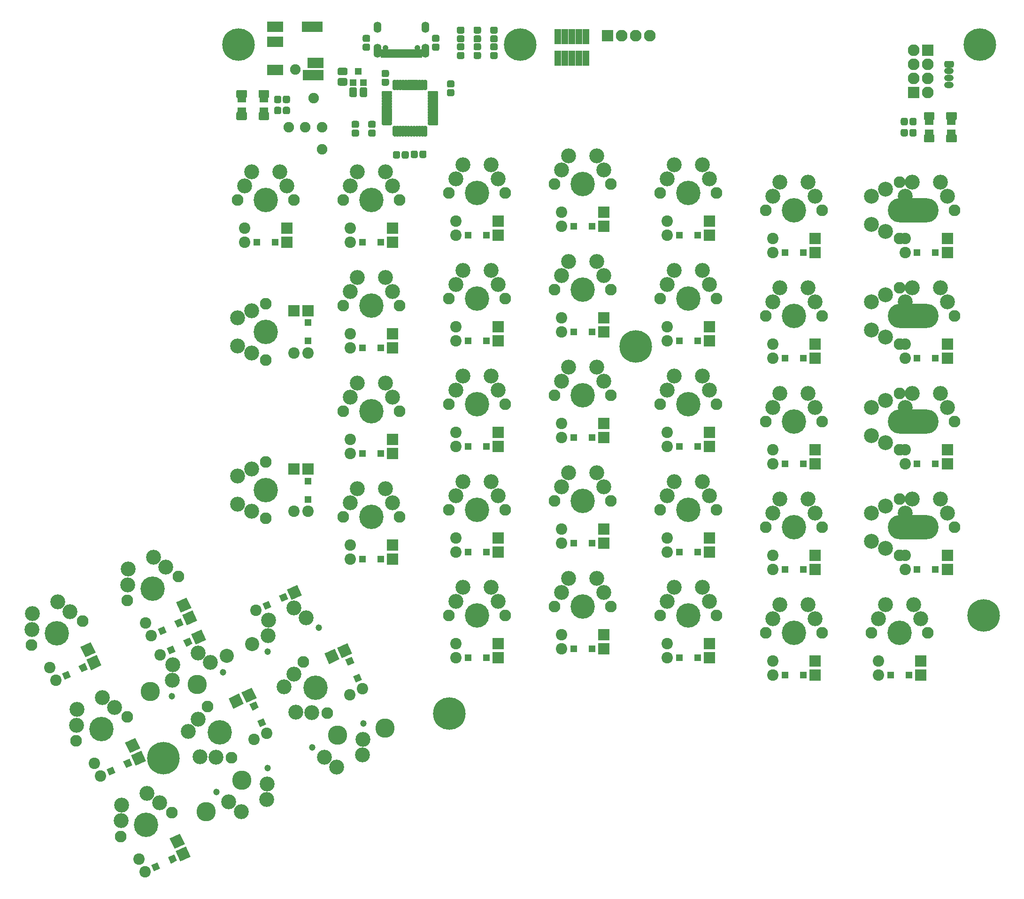
<source format=gts>
%TF.GenerationSoftware,KiCad,Pcbnew,5.1.6-c6e7f7d~87~ubuntu20.04.1*%
%TF.CreationDate,2020-08-02T23:19:43+02:00*%
%TF.ProjectId,ErgoDOX,4572676f-444f-4582-9e6b-696361645f70,rev?*%
%TF.SameCoordinates,Original*%
%TF.FileFunction,Soldermask,Top*%
%TF.FilePolarity,Negative*%
%FSLAX46Y46*%
G04 Gerber Fmt 4.6, Leading zero omitted, Abs format (unit mm)*
G04 Created by KiCad (PCBNEW 5.1.6-c6e7f7d~87~ubuntu20.04.1) date 2020-08-02 23:19:43*
%MOMM*%
%LPD*%
G01*
G04 APERTURE LIST*
%ADD10C,1.906400*%
%ADD11C,5.867400*%
%ADD12O,2.106400X2.106400*%
%ADD13R,2.106400X2.106400*%
%ADD14R,1.146400X2.806400*%
%ADD15R,1.206400X1.306400*%
%ADD16C,0.150000*%
%ADD17R,1.500000X1.500000*%
%ADD18C,1.056400*%
%ADD19O,1.406400X2.006400*%
%ADD20O,1.406400X2.506400*%
%ADD21R,0.706400X1.556400*%
%ADD22O,1.706400X1.206400*%
%ADD23R,3.806400X1.906400*%
%ADD24R,2.906400X1.906400*%
%ADD25C,2.057400*%
%ADD26C,2.692400*%
%ADD27C,3.479800*%
%ADD28C,1.193800*%
%ADD29C,2.540000*%
%ADD30C,2.108200*%
%ADD31C,2.689860*%
%ADD32R,2.057400X2.057400*%
%ADD33R,1.244600X1.244600*%
%ADD34C,2.687320*%
%ADD35O,9.156700X4.394200*%
%ADD36C,4.394200*%
G04 APERTURE END LIST*
D10*
X82500000Y-52000000D03*
X79500000Y-52000000D03*
X82500000Y-56000000D03*
X81000000Y-46800000D03*
X76500000Y-52000000D03*
D11*
X53898800Y-165836600D03*
X105435400Y-157759400D03*
X201777600Y-140055600D03*
X139039600Y-91592400D03*
X201142600Y-37134800D03*
X118211600Y-37134800D03*
X67411600Y-37134800D03*
G36*
G01*
X94951600Y-51665700D02*
X93423400Y-51665700D01*
G75*
G02*
X93246800Y-51489100I0J176600D01*
G01*
X93246800Y-51135900D01*
G75*
G02*
X93423400Y-50959300I176600J0D01*
G01*
X94951600Y-50959300D01*
G75*
G02*
X95128200Y-51135900I0J-176600D01*
G01*
X95128200Y-51489100D01*
G75*
G02*
X94951600Y-51665700I-176600J0D01*
G01*
G37*
G36*
G01*
X94951600Y-51165700D02*
X93423400Y-51165700D01*
G75*
G02*
X93246800Y-50989100I0J176600D01*
G01*
X93246800Y-50635900D01*
G75*
G02*
X93423400Y-50459300I176600J0D01*
G01*
X94951600Y-50459300D01*
G75*
G02*
X95128200Y-50635900I0J-176600D01*
G01*
X95128200Y-50989100D01*
G75*
G02*
X94951600Y-51165700I-176600J0D01*
G01*
G37*
G36*
G01*
X94951600Y-50665700D02*
X93423400Y-50665700D01*
G75*
G02*
X93246800Y-50489100I0J176600D01*
G01*
X93246800Y-50135900D01*
G75*
G02*
X93423400Y-49959300I176600J0D01*
G01*
X94951600Y-49959300D01*
G75*
G02*
X95128200Y-50135900I0J-176600D01*
G01*
X95128200Y-50489100D01*
G75*
G02*
X94951600Y-50665700I-176600J0D01*
G01*
G37*
G36*
G01*
X94951600Y-50165700D02*
X93423400Y-50165700D01*
G75*
G02*
X93246800Y-49989100I0J176600D01*
G01*
X93246800Y-49635900D01*
G75*
G02*
X93423400Y-49459300I176600J0D01*
G01*
X94951600Y-49459300D01*
G75*
G02*
X95128200Y-49635900I0J-176600D01*
G01*
X95128200Y-49989100D01*
G75*
G02*
X94951600Y-50165700I-176600J0D01*
G01*
G37*
G36*
G01*
X94951600Y-49665700D02*
X93423400Y-49665700D01*
G75*
G02*
X93246800Y-49489100I0J176600D01*
G01*
X93246800Y-49135900D01*
G75*
G02*
X93423400Y-48959300I176600J0D01*
G01*
X94951600Y-48959300D01*
G75*
G02*
X95128200Y-49135900I0J-176600D01*
G01*
X95128200Y-49489100D01*
G75*
G02*
X94951600Y-49665700I-176600J0D01*
G01*
G37*
G36*
G01*
X94951600Y-49165700D02*
X93423400Y-49165700D01*
G75*
G02*
X93246800Y-48989100I0J176600D01*
G01*
X93246800Y-48635900D01*
G75*
G02*
X93423400Y-48459300I176600J0D01*
G01*
X94951600Y-48459300D01*
G75*
G02*
X95128200Y-48635900I0J-176600D01*
G01*
X95128200Y-48989100D01*
G75*
G02*
X94951600Y-49165700I-176600J0D01*
G01*
G37*
G36*
G01*
X94951600Y-48665700D02*
X93423400Y-48665700D01*
G75*
G02*
X93246800Y-48489100I0J176600D01*
G01*
X93246800Y-48135900D01*
G75*
G02*
X93423400Y-47959300I176600J0D01*
G01*
X94951600Y-47959300D01*
G75*
G02*
X95128200Y-48135900I0J-176600D01*
G01*
X95128200Y-48489100D01*
G75*
G02*
X94951600Y-48665700I-176600J0D01*
G01*
G37*
G36*
G01*
X94951600Y-48165700D02*
X93423400Y-48165700D01*
G75*
G02*
X93246800Y-47989100I0J176600D01*
G01*
X93246800Y-47635900D01*
G75*
G02*
X93423400Y-47459300I176600J0D01*
G01*
X94951600Y-47459300D01*
G75*
G02*
X95128200Y-47635900I0J-176600D01*
G01*
X95128200Y-47989100D01*
G75*
G02*
X94951600Y-48165700I-176600J0D01*
G01*
G37*
G36*
G01*
X94951600Y-47665700D02*
X93423400Y-47665700D01*
G75*
G02*
X93246800Y-47489100I0J176600D01*
G01*
X93246800Y-47135900D01*
G75*
G02*
X93423400Y-46959300I176600J0D01*
G01*
X94951600Y-46959300D01*
G75*
G02*
X95128200Y-47135900I0J-176600D01*
G01*
X95128200Y-47489100D01*
G75*
G02*
X94951600Y-47665700I-176600J0D01*
G01*
G37*
G36*
G01*
X94951600Y-47165700D02*
X93423400Y-47165700D01*
G75*
G02*
X93246800Y-46989100I0J176600D01*
G01*
X93246800Y-46635900D01*
G75*
G02*
X93423400Y-46459300I176600J0D01*
G01*
X94951600Y-46459300D01*
G75*
G02*
X95128200Y-46635900I0J-176600D01*
G01*
X95128200Y-46989100D01*
G75*
G02*
X94951600Y-47165700I-176600J0D01*
G01*
G37*
G36*
G01*
X94951600Y-46665700D02*
X93423400Y-46665700D01*
G75*
G02*
X93246800Y-46489100I0J176600D01*
G01*
X93246800Y-46135900D01*
G75*
G02*
X93423400Y-45959300I176600J0D01*
G01*
X94951600Y-45959300D01*
G75*
G02*
X95128200Y-46135900I0J-176600D01*
G01*
X95128200Y-46489100D01*
G75*
G02*
X94951600Y-46665700I-176600J0D01*
G01*
G37*
G36*
G01*
X94951600Y-46165700D02*
X93423400Y-46165700D01*
G75*
G02*
X93246800Y-45989100I0J176600D01*
G01*
X93246800Y-45635900D01*
G75*
G02*
X93423400Y-45459300I176600J0D01*
G01*
X94951600Y-45459300D01*
G75*
G02*
X95128200Y-45635900I0J-176600D01*
G01*
X95128200Y-45989100D01*
G75*
G02*
X94951600Y-46165700I-176600J0D01*
G01*
G37*
G36*
G01*
X95776600Y-45340700D02*
X95423400Y-45340700D01*
G75*
G02*
X95246800Y-45164100I0J176600D01*
G01*
X95246800Y-43635900D01*
G75*
G02*
X95423400Y-43459300I176600J0D01*
G01*
X95776600Y-43459300D01*
G75*
G02*
X95953200Y-43635900I0J-176600D01*
G01*
X95953200Y-45164100D01*
G75*
G02*
X95776600Y-45340700I-176600J0D01*
G01*
G37*
G36*
G01*
X96276600Y-45340700D02*
X95923400Y-45340700D01*
G75*
G02*
X95746800Y-45164100I0J176600D01*
G01*
X95746800Y-43635900D01*
G75*
G02*
X95923400Y-43459300I176600J0D01*
G01*
X96276600Y-43459300D01*
G75*
G02*
X96453200Y-43635900I0J-176600D01*
G01*
X96453200Y-45164100D01*
G75*
G02*
X96276600Y-45340700I-176600J0D01*
G01*
G37*
G36*
G01*
X96776600Y-45340700D02*
X96423400Y-45340700D01*
G75*
G02*
X96246800Y-45164100I0J176600D01*
G01*
X96246800Y-43635900D01*
G75*
G02*
X96423400Y-43459300I176600J0D01*
G01*
X96776600Y-43459300D01*
G75*
G02*
X96953200Y-43635900I0J-176600D01*
G01*
X96953200Y-45164100D01*
G75*
G02*
X96776600Y-45340700I-176600J0D01*
G01*
G37*
G36*
G01*
X97276600Y-45340700D02*
X96923400Y-45340700D01*
G75*
G02*
X96746800Y-45164100I0J176600D01*
G01*
X96746800Y-43635900D01*
G75*
G02*
X96923400Y-43459300I176600J0D01*
G01*
X97276600Y-43459300D01*
G75*
G02*
X97453200Y-43635900I0J-176600D01*
G01*
X97453200Y-45164100D01*
G75*
G02*
X97276600Y-45340700I-176600J0D01*
G01*
G37*
G36*
G01*
X97776600Y-45340700D02*
X97423400Y-45340700D01*
G75*
G02*
X97246800Y-45164100I0J176600D01*
G01*
X97246800Y-43635900D01*
G75*
G02*
X97423400Y-43459300I176600J0D01*
G01*
X97776600Y-43459300D01*
G75*
G02*
X97953200Y-43635900I0J-176600D01*
G01*
X97953200Y-45164100D01*
G75*
G02*
X97776600Y-45340700I-176600J0D01*
G01*
G37*
G36*
G01*
X98276600Y-45340700D02*
X97923400Y-45340700D01*
G75*
G02*
X97746800Y-45164100I0J176600D01*
G01*
X97746800Y-43635900D01*
G75*
G02*
X97923400Y-43459300I176600J0D01*
G01*
X98276600Y-43459300D01*
G75*
G02*
X98453200Y-43635900I0J-176600D01*
G01*
X98453200Y-45164100D01*
G75*
G02*
X98276600Y-45340700I-176600J0D01*
G01*
G37*
G36*
G01*
X98776600Y-45340700D02*
X98423400Y-45340700D01*
G75*
G02*
X98246800Y-45164100I0J176600D01*
G01*
X98246800Y-43635900D01*
G75*
G02*
X98423400Y-43459300I176600J0D01*
G01*
X98776600Y-43459300D01*
G75*
G02*
X98953200Y-43635900I0J-176600D01*
G01*
X98953200Y-45164100D01*
G75*
G02*
X98776600Y-45340700I-176600J0D01*
G01*
G37*
G36*
G01*
X99276600Y-45340700D02*
X98923400Y-45340700D01*
G75*
G02*
X98746800Y-45164100I0J176600D01*
G01*
X98746800Y-43635900D01*
G75*
G02*
X98923400Y-43459300I176600J0D01*
G01*
X99276600Y-43459300D01*
G75*
G02*
X99453200Y-43635900I0J-176600D01*
G01*
X99453200Y-45164100D01*
G75*
G02*
X99276600Y-45340700I-176600J0D01*
G01*
G37*
G36*
G01*
X99776600Y-45340700D02*
X99423400Y-45340700D01*
G75*
G02*
X99246800Y-45164100I0J176600D01*
G01*
X99246800Y-43635900D01*
G75*
G02*
X99423400Y-43459300I176600J0D01*
G01*
X99776600Y-43459300D01*
G75*
G02*
X99953200Y-43635900I0J-176600D01*
G01*
X99953200Y-45164100D01*
G75*
G02*
X99776600Y-45340700I-176600J0D01*
G01*
G37*
G36*
G01*
X100276600Y-45340700D02*
X99923400Y-45340700D01*
G75*
G02*
X99746800Y-45164100I0J176600D01*
G01*
X99746800Y-43635900D01*
G75*
G02*
X99923400Y-43459300I176600J0D01*
G01*
X100276600Y-43459300D01*
G75*
G02*
X100453200Y-43635900I0J-176600D01*
G01*
X100453200Y-45164100D01*
G75*
G02*
X100276600Y-45340700I-176600J0D01*
G01*
G37*
G36*
G01*
X100776600Y-45340700D02*
X100423400Y-45340700D01*
G75*
G02*
X100246800Y-45164100I0J176600D01*
G01*
X100246800Y-43635900D01*
G75*
G02*
X100423400Y-43459300I176600J0D01*
G01*
X100776600Y-43459300D01*
G75*
G02*
X100953200Y-43635900I0J-176600D01*
G01*
X100953200Y-45164100D01*
G75*
G02*
X100776600Y-45340700I-176600J0D01*
G01*
G37*
G36*
G01*
X101276600Y-45340700D02*
X100923400Y-45340700D01*
G75*
G02*
X100746800Y-45164100I0J176600D01*
G01*
X100746800Y-43635900D01*
G75*
G02*
X100923400Y-43459300I176600J0D01*
G01*
X101276600Y-43459300D01*
G75*
G02*
X101453200Y-43635900I0J-176600D01*
G01*
X101453200Y-45164100D01*
G75*
G02*
X101276600Y-45340700I-176600J0D01*
G01*
G37*
G36*
G01*
X103276600Y-46165700D02*
X101748400Y-46165700D01*
G75*
G02*
X101571800Y-45989100I0J176600D01*
G01*
X101571800Y-45635900D01*
G75*
G02*
X101748400Y-45459300I176600J0D01*
G01*
X103276600Y-45459300D01*
G75*
G02*
X103453200Y-45635900I0J-176600D01*
G01*
X103453200Y-45989100D01*
G75*
G02*
X103276600Y-46165700I-176600J0D01*
G01*
G37*
G36*
G01*
X103276600Y-46665700D02*
X101748400Y-46665700D01*
G75*
G02*
X101571800Y-46489100I0J176600D01*
G01*
X101571800Y-46135900D01*
G75*
G02*
X101748400Y-45959300I176600J0D01*
G01*
X103276600Y-45959300D01*
G75*
G02*
X103453200Y-46135900I0J-176600D01*
G01*
X103453200Y-46489100D01*
G75*
G02*
X103276600Y-46665700I-176600J0D01*
G01*
G37*
G36*
G01*
X103276600Y-47165700D02*
X101748400Y-47165700D01*
G75*
G02*
X101571800Y-46989100I0J176600D01*
G01*
X101571800Y-46635900D01*
G75*
G02*
X101748400Y-46459300I176600J0D01*
G01*
X103276600Y-46459300D01*
G75*
G02*
X103453200Y-46635900I0J-176600D01*
G01*
X103453200Y-46989100D01*
G75*
G02*
X103276600Y-47165700I-176600J0D01*
G01*
G37*
G36*
G01*
X103276600Y-47665700D02*
X101748400Y-47665700D01*
G75*
G02*
X101571800Y-47489100I0J176600D01*
G01*
X101571800Y-47135900D01*
G75*
G02*
X101748400Y-46959300I176600J0D01*
G01*
X103276600Y-46959300D01*
G75*
G02*
X103453200Y-47135900I0J-176600D01*
G01*
X103453200Y-47489100D01*
G75*
G02*
X103276600Y-47665700I-176600J0D01*
G01*
G37*
G36*
G01*
X103276600Y-48165700D02*
X101748400Y-48165700D01*
G75*
G02*
X101571800Y-47989100I0J176600D01*
G01*
X101571800Y-47635900D01*
G75*
G02*
X101748400Y-47459300I176600J0D01*
G01*
X103276600Y-47459300D01*
G75*
G02*
X103453200Y-47635900I0J-176600D01*
G01*
X103453200Y-47989100D01*
G75*
G02*
X103276600Y-48165700I-176600J0D01*
G01*
G37*
G36*
G01*
X103276600Y-48665700D02*
X101748400Y-48665700D01*
G75*
G02*
X101571800Y-48489100I0J176600D01*
G01*
X101571800Y-48135900D01*
G75*
G02*
X101748400Y-47959300I176600J0D01*
G01*
X103276600Y-47959300D01*
G75*
G02*
X103453200Y-48135900I0J-176600D01*
G01*
X103453200Y-48489100D01*
G75*
G02*
X103276600Y-48665700I-176600J0D01*
G01*
G37*
G36*
G01*
X103276600Y-49165700D02*
X101748400Y-49165700D01*
G75*
G02*
X101571800Y-48989100I0J176600D01*
G01*
X101571800Y-48635900D01*
G75*
G02*
X101748400Y-48459300I176600J0D01*
G01*
X103276600Y-48459300D01*
G75*
G02*
X103453200Y-48635900I0J-176600D01*
G01*
X103453200Y-48989100D01*
G75*
G02*
X103276600Y-49165700I-176600J0D01*
G01*
G37*
G36*
G01*
X103276600Y-49665700D02*
X101748400Y-49665700D01*
G75*
G02*
X101571800Y-49489100I0J176600D01*
G01*
X101571800Y-49135900D01*
G75*
G02*
X101748400Y-48959300I176600J0D01*
G01*
X103276600Y-48959300D01*
G75*
G02*
X103453200Y-49135900I0J-176600D01*
G01*
X103453200Y-49489100D01*
G75*
G02*
X103276600Y-49665700I-176600J0D01*
G01*
G37*
G36*
G01*
X103276600Y-50165700D02*
X101748400Y-50165700D01*
G75*
G02*
X101571800Y-49989100I0J176600D01*
G01*
X101571800Y-49635900D01*
G75*
G02*
X101748400Y-49459300I176600J0D01*
G01*
X103276600Y-49459300D01*
G75*
G02*
X103453200Y-49635900I0J-176600D01*
G01*
X103453200Y-49989100D01*
G75*
G02*
X103276600Y-50165700I-176600J0D01*
G01*
G37*
G36*
G01*
X103276600Y-50665700D02*
X101748400Y-50665700D01*
G75*
G02*
X101571800Y-50489100I0J176600D01*
G01*
X101571800Y-50135900D01*
G75*
G02*
X101748400Y-49959300I176600J0D01*
G01*
X103276600Y-49959300D01*
G75*
G02*
X103453200Y-50135900I0J-176600D01*
G01*
X103453200Y-50489100D01*
G75*
G02*
X103276600Y-50665700I-176600J0D01*
G01*
G37*
G36*
G01*
X103276600Y-51165700D02*
X101748400Y-51165700D01*
G75*
G02*
X101571800Y-50989100I0J176600D01*
G01*
X101571800Y-50635900D01*
G75*
G02*
X101748400Y-50459300I176600J0D01*
G01*
X103276600Y-50459300D01*
G75*
G02*
X103453200Y-50635900I0J-176600D01*
G01*
X103453200Y-50989100D01*
G75*
G02*
X103276600Y-51165700I-176600J0D01*
G01*
G37*
G36*
G01*
X103276600Y-51665700D02*
X101748400Y-51665700D01*
G75*
G02*
X101571800Y-51489100I0J176600D01*
G01*
X101571800Y-51135900D01*
G75*
G02*
X101748400Y-50959300I176600J0D01*
G01*
X103276600Y-50959300D01*
G75*
G02*
X103453200Y-51135900I0J-176600D01*
G01*
X103453200Y-51489100D01*
G75*
G02*
X103276600Y-51665700I-176600J0D01*
G01*
G37*
G36*
G01*
X101276600Y-53665700D02*
X100923400Y-53665700D01*
G75*
G02*
X100746800Y-53489100I0J176600D01*
G01*
X100746800Y-51960900D01*
G75*
G02*
X100923400Y-51784300I176600J0D01*
G01*
X101276600Y-51784300D01*
G75*
G02*
X101453200Y-51960900I0J-176600D01*
G01*
X101453200Y-53489100D01*
G75*
G02*
X101276600Y-53665700I-176600J0D01*
G01*
G37*
G36*
G01*
X100776600Y-53665700D02*
X100423400Y-53665700D01*
G75*
G02*
X100246800Y-53489100I0J176600D01*
G01*
X100246800Y-51960900D01*
G75*
G02*
X100423400Y-51784300I176600J0D01*
G01*
X100776600Y-51784300D01*
G75*
G02*
X100953200Y-51960900I0J-176600D01*
G01*
X100953200Y-53489100D01*
G75*
G02*
X100776600Y-53665700I-176600J0D01*
G01*
G37*
G36*
G01*
X100276600Y-53665700D02*
X99923400Y-53665700D01*
G75*
G02*
X99746800Y-53489100I0J176600D01*
G01*
X99746800Y-51960900D01*
G75*
G02*
X99923400Y-51784300I176600J0D01*
G01*
X100276600Y-51784300D01*
G75*
G02*
X100453200Y-51960900I0J-176600D01*
G01*
X100453200Y-53489100D01*
G75*
G02*
X100276600Y-53665700I-176600J0D01*
G01*
G37*
G36*
G01*
X99776600Y-53665700D02*
X99423400Y-53665700D01*
G75*
G02*
X99246800Y-53489100I0J176600D01*
G01*
X99246800Y-51960900D01*
G75*
G02*
X99423400Y-51784300I176600J0D01*
G01*
X99776600Y-51784300D01*
G75*
G02*
X99953200Y-51960900I0J-176600D01*
G01*
X99953200Y-53489100D01*
G75*
G02*
X99776600Y-53665700I-176600J0D01*
G01*
G37*
G36*
G01*
X99276600Y-53665700D02*
X98923400Y-53665700D01*
G75*
G02*
X98746800Y-53489100I0J176600D01*
G01*
X98746800Y-51960900D01*
G75*
G02*
X98923400Y-51784300I176600J0D01*
G01*
X99276600Y-51784300D01*
G75*
G02*
X99453200Y-51960900I0J-176600D01*
G01*
X99453200Y-53489100D01*
G75*
G02*
X99276600Y-53665700I-176600J0D01*
G01*
G37*
G36*
G01*
X98776600Y-53665700D02*
X98423400Y-53665700D01*
G75*
G02*
X98246800Y-53489100I0J176600D01*
G01*
X98246800Y-51960900D01*
G75*
G02*
X98423400Y-51784300I176600J0D01*
G01*
X98776600Y-51784300D01*
G75*
G02*
X98953200Y-51960900I0J-176600D01*
G01*
X98953200Y-53489100D01*
G75*
G02*
X98776600Y-53665700I-176600J0D01*
G01*
G37*
G36*
G01*
X98276600Y-53665700D02*
X97923400Y-53665700D01*
G75*
G02*
X97746800Y-53489100I0J176600D01*
G01*
X97746800Y-51960900D01*
G75*
G02*
X97923400Y-51784300I176600J0D01*
G01*
X98276600Y-51784300D01*
G75*
G02*
X98453200Y-51960900I0J-176600D01*
G01*
X98453200Y-53489100D01*
G75*
G02*
X98276600Y-53665700I-176600J0D01*
G01*
G37*
G36*
G01*
X97776600Y-53665700D02*
X97423400Y-53665700D01*
G75*
G02*
X97246800Y-53489100I0J176600D01*
G01*
X97246800Y-51960900D01*
G75*
G02*
X97423400Y-51784300I176600J0D01*
G01*
X97776600Y-51784300D01*
G75*
G02*
X97953200Y-51960900I0J-176600D01*
G01*
X97953200Y-53489100D01*
G75*
G02*
X97776600Y-53665700I-176600J0D01*
G01*
G37*
G36*
G01*
X97276600Y-53665700D02*
X96923400Y-53665700D01*
G75*
G02*
X96746800Y-53489100I0J176600D01*
G01*
X96746800Y-51960900D01*
G75*
G02*
X96923400Y-51784300I176600J0D01*
G01*
X97276600Y-51784300D01*
G75*
G02*
X97453200Y-51960900I0J-176600D01*
G01*
X97453200Y-53489100D01*
G75*
G02*
X97276600Y-53665700I-176600J0D01*
G01*
G37*
G36*
G01*
X96776600Y-53665700D02*
X96423400Y-53665700D01*
G75*
G02*
X96246800Y-53489100I0J176600D01*
G01*
X96246800Y-51960900D01*
G75*
G02*
X96423400Y-51784300I176600J0D01*
G01*
X96776600Y-51784300D01*
G75*
G02*
X96953200Y-51960900I0J-176600D01*
G01*
X96953200Y-53489100D01*
G75*
G02*
X96776600Y-53665700I-176600J0D01*
G01*
G37*
G36*
G01*
X96276600Y-53665700D02*
X95923400Y-53665700D01*
G75*
G02*
X95746800Y-53489100I0J176600D01*
G01*
X95746800Y-51960900D01*
G75*
G02*
X95923400Y-51784300I176600J0D01*
G01*
X96276600Y-51784300D01*
G75*
G02*
X96453200Y-51960900I0J-176600D01*
G01*
X96453200Y-53489100D01*
G75*
G02*
X96276600Y-53665700I-176600J0D01*
G01*
G37*
G36*
G01*
X95776600Y-53665700D02*
X95423400Y-53665700D01*
G75*
G02*
X95246800Y-53489100I0J176600D01*
G01*
X95246800Y-51960900D01*
G75*
G02*
X95423400Y-51784300I176600J0D01*
G01*
X95776600Y-51784300D01*
G75*
G02*
X95953200Y-51960900I0J-176600D01*
G01*
X95953200Y-53489100D01*
G75*
G02*
X95776600Y-53665700I-176600J0D01*
G01*
G37*
D12*
X141620000Y-35500000D03*
X139080000Y-35500000D03*
X136540000Y-35500000D03*
D13*
X134000000Y-35500000D03*
D14*
X125000000Y-39600000D03*
X125000000Y-35700000D03*
X126270000Y-39600000D03*
X126270000Y-35700000D03*
X127540000Y-39600000D03*
X127540000Y-35700000D03*
X128810000Y-39600000D03*
X128810000Y-35700000D03*
X130080000Y-39600000D03*
X130080000Y-35700000D03*
G36*
G01*
X102642150Y-36934300D02*
X103357850Y-36934300D01*
G75*
G02*
X103678200Y-37254650I0J-320350D01*
G01*
X103678200Y-37895350D01*
G75*
G02*
X103357850Y-38215700I-320350J0D01*
G01*
X102642150Y-38215700D01*
G75*
G02*
X102321800Y-37895350I0J320350D01*
G01*
X102321800Y-37254650D01*
G75*
G02*
X102642150Y-36934300I320350J0D01*
G01*
G37*
G36*
G01*
X102642150Y-35359300D02*
X103357850Y-35359300D01*
G75*
G02*
X103678200Y-35679650I0J-320350D01*
G01*
X103678200Y-36320350D01*
G75*
G02*
X103357850Y-36640700I-320350J0D01*
G01*
X102642150Y-36640700D01*
G75*
G02*
X102321800Y-36320350I0J320350D01*
G01*
X102321800Y-35679650D01*
G75*
G02*
X102642150Y-35359300I320350J0D01*
G01*
G37*
G36*
G01*
X90142150Y-36934300D02*
X90857850Y-36934300D01*
G75*
G02*
X91178200Y-37254650I0J-320350D01*
G01*
X91178200Y-37895350D01*
G75*
G02*
X90857850Y-38215700I-320350J0D01*
G01*
X90142150Y-38215700D01*
G75*
G02*
X89821800Y-37895350I0J320350D01*
G01*
X89821800Y-37254650D01*
G75*
G02*
X90142150Y-36934300I320350J0D01*
G01*
G37*
G36*
G01*
X90142150Y-35359300D02*
X90857850Y-35359300D01*
G75*
G02*
X91178200Y-35679650I0J-320350D01*
G01*
X91178200Y-36320350D01*
G75*
G02*
X90857850Y-36640700I-320350J0D01*
G01*
X90142150Y-36640700D01*
G75*
G02*
X89821800Y-36320350I0J320350D01*
G01*
X89821800Y-35679650D01*
G75*
G02*
X90142150Y-35359300I320350J0D01*
G01*
G37*
G36*
G01*
X105342150Y-45146800D02*
X106057850Y-45146800D01*
G75*
G02*
X106378200Y-45467150I0J-320350D01*
G01*
X106378200Y-46107850D01*
G75*
G02*
X106057850Y-46428200I-320350J0D01*
G01*
X105342150Y-46428200D01*
G75*
G02*
X105021800Y-46107850I0J320350D01*
G01*
X105021800Y-45467150D01*
G75*
G02*
X105342150Y-45146800I320350J0D01*
G01*
G37*
G36*
G01*
X105342150Y-43571800D02*
X106057850Y-43571800D01*
G75*
G02*
X106378200Y-43892150I0J-320350D01*
G01*
X106378200Y-44532850D01*
G75*
G02*
X106057850Y-44853200I-320350J0D01*
G01*
X105342150Y-44853200D01*
G75*
G02*
X105021800Y-44532850I0J320350D01*
G01*
X105021800Y-43892150D01*
G75*
G02*
X105342150Y-43571800I320350J0D01*
G01*
G37*
G36*
G01*
X91857850Y-52140700D02*
X91142150Y-52140700D01*
G75*
G02*
X90821800Y-51820350I0J320350D01*
G01*
X90821800Y-51179650D01*
G75*
G02*
X91142150Y-50859300I320350J0D01*
G01*
X91857850Y-50859300D01*
G75*
G02*
X92178200Y-51179650I0J-320350D01*
G01*
X92178200Y-51820350D01*
G75*
G02*
X91857850Y-52140700I-320350J0D01*
G01*
G37*
G36*
G01*
X91857850Y-53715700D02*
X91142150Y-53715700D01*
G75*
G02*
X90821800Y-53395350I0J320350D01*
G01*
X90821800Y-52754650D01*
G75*
G02*
X91142150Y-52434300I320350J0D01*
G01*
X91857850Y-52434300D01*
G75*
G02*
X92178200Y-52754650I0J-320350D01*
G01*
X92178200Y-53395350D01*
G75*
G02*
X91857850Y-53715700I-320350J0D01*
G01*
G37*
G36*
G01*
X94257850Y-42965700D02*
X93542150Y-42965700D01*
G75*
G02*
X93221800Y-42645350I0J320350D01*
G01*
X93221800Y-42004650D01*
G75*
G02*
X93542150Y-41684300I320350J0D01*
G01*
X94257850Y-41684300D01*
G75*
G02*
X94578200Y-42004650I0J-320350D01*
G01*
X94578200Y-42645350D01*
G75*
G02*
X94257850Y-42965700I-320350J0D01*
G01*
G37*
G36*
G01*
X94257850Y-44540700D02*
X93542150Y-44540700D01*
G75*
G02*
X93221800Y-44220350I0J320350D01*
G01*
X93221800Y-43579650D01*
G75*
G02*
X93542150Y-43259300I320350J0D01*
G01*
X94257850Y-43259300D01*
G75*
G02*
X94578200Y-43579650I0J-320350D01*
G01*
X94578200Y-44220350D01*
G75*
G02*
X94257850Y-44540700I-320350J0D01*
G01*
G37*
G36*
G01*
X99765700Y-56542150D02*
X99765700Y-57257850D01*
G75*
G02*
X99445350Y-57578200I-320350J0D01*
G01*
X98804650Y-57578200D01*
G75*
G02*
X98484300Y-57257850I0J320350D01*
G01*
X98484300Y-56542150D01*
G75*
G02*
X98804650Y-56221800I320350J0D01*
G01*
X99445350Y-56221800D01*
G75*
G02*
X99765700Y-56542150I0J-320350D01*
G01*
G37*
G36*
G01*
X101340700Y-56542150D02*
X101340700Y-57257850D01*
G75*
G02*
X101020350Y-57578200I-320350J0D01*
G01*
X100379650Y-57578200D01*
G75*
G02*
X100059300Y-57257850I0J320350D01*
G01*
X100059300Y-56542150D01*
G75*
G02*
X100379650Y-56221800I320350J0D01*
G01*
X101020350Y-56221800D01*
G75*
G02*
X101340700Y-56542150I0J-320350D01*
G01*
G37*
D15*
X89040000Y-41940000D03*
X89990000Y-43940000D03*
X88090000Y-43940000D03*
G36*
G01*
X107142150Y-38434300D02*
X107857850Y-38434300D01*
G75*
G02*
X108178200Y-38754650I0J-320350D01*
G01*
X108178200Y-39395350D01*
G75*
G02*
X107857850Y-39715700I-320350J0D01*
G01*
X107142150Y-39715700D01*
G75*
G02*
X106821800Y-39395350I0J320350D01*
G01*
X106821800Y-38754650D01*
G75*
G02*
X107142150Y-38434300I320350J0D01*
G01*
G37*
G36*
G01*
X107142150Y-36859300D02*
X107857850Y-36859300D01*
G75*
G02*
X108178200Y-37179650I0J-320350D01*
G01*
X108178200Y-37820350D01*
G75*
G02*
X107857850Y-38140700I-320350J0D01*
G01*
X107142150Y-38140700D01*
G75*
G02*
X106821800Y-37820350I0J320350D01*
G01*
X106821800Y-37179650D01*
G75*
G02*
X107142150Y-36859300I320350J0D01*
G01*
G37*
G36*
G01*
X110142150Y-38434300D02*
X110857850Y-38434300D01*
G75*
G02*
X111178200Y-38754650I0J-320350D01*
G01*
X111178200Y-39395350D01*
G75*
G02*
X110857850Y-39715700I-320350J0D01*
G01*
X110142150Y-39715700D01*
G75*
G02*
X109821800Y-39395350I0J320350D01*
G01*
X109821800Y-38754650D01*
G75*
G02*
X110142150Y-38434300I320350J0D01*
G01*
G37*
G36*
G01*
X110142150Y-36859300D02*
X110857850Y-36859300D01*
G75*
G02*
X111178200Y-37179650I0J-320350D01*
G01*
X111178200Y-37820350D01*
G75*
G02*
X110857850Y-38140700I-320350J0D01*
G01*
X110142150Y-38140700D01*
G75*
G02*
X109821800Y-37820350I0J320350D01*
G01*
X109821800Y-37179650D01*
G75*
G02*
X110142150Y-36859300I320350J0D01*
G01*
G37*
G36*
G01*
X113142150Y-38434300D02*
X113857850Y-38434300D01*
G75*
G02*
X114178200Y-38754650I0J-320350D01*
G01*
X114178200Y-39395350D01*
G75*
G02*
X113857850Y-39715700I-320350J0D01*
G01*
X113142150Y-39715700D01*
G75*
G02*
X112821800Y-39395350I0J320350D01*
G01*
X112821800Y-38754650D01*
G75*
G02*
X113142150Y-38434300I320350J0D01*
G01*
G37*
G36*
G01*
X113142150Y-36859300D02*
X113857850Y-36859300D01*
G75*
G02*
X114178200Y-37179650I0J-320350D01*
G01*
X114178200Y-37820350D01*
G75*
G02*
X113857850Y-38140700I-320350J0D01*
G01*
X113142150Y-38140700D01*
G75*
G02*
X112821800Y-37820350I0J320350D01*
G01*
X112821800Y-37179650D01*
G75*
G02*
X113142150Y-36859300I320350J0D01*
G01*
G37*
G36*
G01*
X75140700Y-48642150D02*
X75140700Y-49357850D01*
G75*
G02*
X74820350Y-49678200I-320350J0D01*
G01*
X74179650Y-49678200D01*
G75*
G02*
X73859300Y-49357850I0J320350D01*
G01*
X73859300Y-48642150D01*
G75*
G02*
X74179650Y-48321800I320350J0D01*
G01*
X74820350Y-48321800D01*
G75*
G02*
X75140700Y-48642150I0J-320350D01*
G01*
G37*
G36*
G01*
X76715700Y-48642150D02*
X76715700Y-49357850D01*
G75*
G02*
X76395350Y-49678200I-320350J0D01*
G01*
X75754650Y-49678200D01*
G75*
G02*
X75434300Y-49357850I0J320350D01*
G01*
X75434300Y-48642150D01*
G75*
G02*
X75754650Y-48321800I320350J0D01*
G01*
X76395350Y-48321800D01*
G75*
G02*
X76715700Y-48642150I0J-320350D01*
G01*
G37*
G36*
G01*
X75140700Y-46642150D02*
X75140700Y-47357850D01*
G75*
G02*
X74820350Y-47678200I-320350J0D01*
G01*
X74179650Y-47678200D01*
G75*
G02*
X73859300Y-47357850I0J320350D01*
G01*
X73859300Y-46642150D01*
G75*
G02*
X74179650Y-46321800I320350J0D01*
G01*
X74820350Y-46321800D01*
G75*
G02*
X75140700Y-46642150I0J-320350D01*
G01*
G37*
G36*
G01*
X76715700Y-46642150D02*
X76715700Y-47357850D01*
G75*
G02*
X76395350Y-47678200I-320350J0D01*
G01*
X75754650Y-47678200D01*
G75*
G02*
X75434300Y-47357850I0J320350D01*
G01*
X75434300Y-46642150D01*
G75*
G02*
X75754650Y-46321800I320350J0D01*
G01*
X76395350Y-46321800D01*
G75*
G02*
X76715700Y-46642150I0J-320350D01*
G01*
G37*
G36*
G01*
X188434300Y-51357850D02*
X188434300Y-50642150D01*
G75*
G02*
X188754650Y-50321800I320350J0D01*
G01*
X189395350Y-50321800D01*
G75*
G02*
X189715700Y-50642150I0J-320350D01*
G01*
X189715700Y-51357850D01*
G75*
G02*
X189395350Y-51678200I-320350J0D01*
G01*
X188754650Y-51678200D01*
G75*
G02*
X188434300Y-51357850I0J320350D01*
G01*
G37*
G36*
G01*
X186859300Y-51357850D02*
X186859300Y-50642150D01*
G75*
G02*
X187179650Y-50321800I320350J0D01*
G01*
X187820350Y-50321800D01*
G75*
G02*
X188140700Y-50642150I0J-320350D01*
G01*
X188140700Y-51357850D01*
G75*
G02*
X187820350Y-51678200I-320350J0D01*
G01*
X187179650Y-51678200D01*
G75*
G02*
X186859300Y-51357850I0J320350D01*
G01*
G37*
G36*
G01*
X188434300Y-53357850D02*
X188434300Y-52642150D01*
G75*
G02*
X188754650Y-52321800I320350J0D01*
G01*
X189395350Y-52321800D01*
G75*
G02*
X189715700Y-52642150I0J-320350D01*
G01*
X189715700Y-53357850D01*
G75*
G02*
X189395350Y-53678200I-320350J0D01*
G01*
X188754650Y-53678200D01*
G75*
G02*
X188434300Y-53357850I0J320350D01*
G01*
G37*
G36*
G01*
X186859300Y-53357850D02*
X186859300Y-52642150D01*
G75*
G02*
X187179650Y-52321800I320350J0D01*
G01*
X187820350Y-52321800D01*
G75*
G02*
X188140700Y-52642150I0J-320350D01*
G01*
X188140700Y-53357850D01*
G75*
G02*
X187820350Y-53678200I-320350J0D01*
G01*
X187179650Y-53678200D01*
G75*
G02*
X186859300Y-53357850I0J320350D01*
G01*
G37*
G36*
G01*
X88857850Y-52140700D02*
X88142150Y-52140700D01*
G75*
G02*
X87821800Y-51820350I0J320350D01*
G01*
X87821800Y-51179650D01*
G75*
G02*
X88142150Y-50859300I320350J0D01*
G01*
X88857850Y-50859300D01*
G75*
G02*
X89178200Y-51179650I0J-320350D01*
G01*
X89178200Y-51820350D01*
G75*
G02*
X88857850Y-52140700I-320350J0D01*
G01*
G37*
G36*
G01*
X88857850Y-53715700D02*
X88142150Y-53715700D01*
G75*
G02*
X87821800Y-53395350I0J320350D01*
G01*
X87821800Y-52754650D01*
G75*
G02*
X88142150Y-52434300I320350J0D01*
G01*
X88857850Y-52434300D01*
G75*
G02*
X89178200Y-52754650I0J-320350D01*
G01*
X89178200Y-53395350D01*
G75*
G02*
X88857850Y-53715700I-320350J0D01*
G01*
G37*
D16*
G36*
X71050704Y-49460358D02*
G01*
X71062268Y-49422239D01*
X71081045Y-49387108D01*
X71106316Y-49356316D01*
X71137285Y-49330927D01*
X71887285Y-48830927D01*
X71922435Y-48812186D01*
X71960566Y-48800663D01*
X72000213Y-48796800D01*
X72039851Y-48800746D01*
X72077958Y-48812349D01*
X72112715Y-48830927D01*
X72862715Y-49330927D01*
X72893534Y-49356166D01*
X72918836Y-49386931D01*
X72937651Y-49422042D01*
X72949254Y-49460149D01*
X72953200Y-49500000D01*
X72953200Y-50500000D01*
X72949296Y-50539642D01*
X72937732Y-50577761D01*
X72918955Y-50612892D01*
X72893684Y-50643684D01*
X72862892Y-50668955D01*
X72827761Y-50687732D01*
X72789642Y-50699296D01*
X72750000Y-50703200D01*
X71250000Y-50703200D01*
X71210358Y-50699296D01*
X71172239Y-50687732D01*
X71137108Y-50668955D01*
X71106316Y-50643684D01*
X71081045Y-50612892D01*
X71062268Y-50577761D01*
X71050704Y-50539642D01*
X71046800Y-50500000D01*
X71046800Y-49500000D01*
X71050704Y-49460358D01*
G37*
G36*
X72949296Y-46539642D02*
G01*
X72937732Y-46577761D01*
X72918955Y-46612892D01*
X72893684Y-46643684D01*
X72862715Y-46669073D01*
X72112715Y-47169073D01*
X72077565Y-47187814D01*
X72039434Y-47199337D01*
X71999787Y-47203200D01*
X71960149Y-47199254D01*
X71922042Y-47187651D01*
X71887285Y-47169073D01*
X71137285Y-46669073D01*
X71106466Y-46643834D01*
X71081164Y-46613069D01*
X71062349Y-46577958D01*
X71050746Y-46539851D01*
X71046800Y-46500000D01*
X71046800Y-45500000D01*
X71050704Y-45460358D01*
X71062268Y-45422239D01*
X71081045Y-45387108D01*
X71106316Y-45356316D01*
X71137108Y-45331045D01*
X71172239Y-45312268D01*
X71210358Y-45300704D01*
X71250000Y-45296800D01*
X72750000Y-45296800D01*
X72789642Y-45300704D01*
X72827761Y-45312268D01*
X72862892Y-45331045D01*
X72893684Y-45356316D01*
X72918955Y-45387108D01*
X72937732Y-45422239D01*
X72949296Y-45460358D01*
X72953200Y-45500000D01*
X72953200Y-46500000D01*
X72949296Y-46539642D01*
G37*
D17*
X72000000Y-46800000D03*
X72000000Y-49200000D03*
D16*
G36*
X191050704Y-53460358D02*
G01*
X191062268Y-53422239D01*
X191081045Y-53387108D01*
X191106316Y-53356316D01*
X191137285Y-53330927D01*
X191887285Y-52830927D01*
X191922435Y-52812186D01*
X191960566Y-52800663D01*
X192000213Y-52796800D01*
X192039851Y-52800746D01*
X192077958Y-52812349D01*
X192112715Y-52830927D01*
X192862715Y-53330927D01*
X192893534Y-53356166D01*
X192918836Y-53386931D01*
X192937651Y-53422042D01*
X192949254Y-53460149D01*
X192953200Y-53500000D01*
X192953200Y-54500000D01*
X192949296Y-54539642D01*
X192937732Y-54577761D01*
X192918955Y-54612892D01*
X192893684Y-54643684D01*
X192862892Y-54668955D01*
X192827761Y-54687732D01*
X192789642Y-54699296D01*
X192750000Y-54703200D01*
X191250000Y-54703200D01*
X191210358Y-54699296D01*
X191172239Y-54687732D01*
X191137108Y-54668955D01*
X191106316Y-54643684D01*
X191081045Y-54612892D01*
X191062268Y-54577761D01*
X191050704Y-54539642D01*
X191046800Y-54500000D01*
X191046800Y-53500000D01*
X191050704Y-53460358D01*
G37*
G36*
X192949296Y-50539642D02*
G01*
X192937732Y-50577761D01*
X192918955Y-50612892D01*
X192893684Y-50643684D01*
X192862715Y-50669073D01*
X192112715Y-51169073D01*
X192077565Y-51187814D01*
X192039434Y-51199337D01*
X191999787Y-51203200D01*
X191960149Y-51199254D01*
X191922042Y-51187651D01*
X191887285Y-51169073D01*
X191137285Y-50669073D01*
X191106466Y-50643834D01*
X191081164Y-50613069D01*
X191062349Y-50577958D01*
X191050746Y-50539851D01*
X191046800Y-50500000D01*
X191046800Y-49500000D01*
X191050704Y-49460358D01*
X191062268Y-49422239D01*
X191081045Y-49387108D01*
X191106316Y-49356316D01*
X191137108Y-49331045D01*
X191172239Y-49312268D01*
X191210358Y-49300704D01*
X191250000Y-49296800D01*
X192750000Y-49296800D01*
X192789642Y-49300704D01*
X192827761Y-49312268D01*
X192862892Y-49331045D01*
X192893684Y-49356316D01*
X192918955Y-49387108D01*
X192937732Y-49422239D01*
X192949296Y-49460358D01*
X192953200Y-49500000D01*
X192953200Y-50500000D01*
X192949296Y-50539642D01*
G37*
D17*
X192000000Y-50800000D03*
X192000000Y-53200000D03*
D16*
G36*
X67050704Y-49460358D02*
G01*
X67062268Y-49422239D01*
X67081045Y-49387108D01*
X67106316Y-49356316D01*
X67137285Y-49330927D01*
X67887285Y-48830927D01*
X67922435Y-48812186D01*
X67960566Y-48800663D01*
X68000213Y-48796800D01*
X68039851Y-48800746D01*
X68077958Y-48812349D01*
X68112715Y-48830927D01*
X68862715Y-49330927D01*
X68893534Y-49356166D01*
X68918836Y-49386931D01*
X68937651Y-49422042D01*
X68949254Y-49460149D01*
X68953200Y-49500000D01*
X68953200Y-50500000D01*
X68949296Y-50539642D01*
X68937732Y-50577761D01*
X68918955Y-50612892D01*
X68893684Y-50643684D01*
X68862892Y-50668955D01*
X68827761Y-50687732D01*
X68789642Y-50699296D01*
X68750000Y-50703200D01*
X67250000Y-50703200D01*
X67210358Y-50699296D01*
X67172239Y-50687732D01*
X67137108Y-50668955D01*
X67106316Y-50643684D01*
X67081045Y-50612892D01*
X67062268Y-50577761D01*
X67050704Y-50539642D01*
X67046800Y-50500000D01*
X67046800Y-49500000D01*
X67050704Y-49460358D01*
G37*
G36*
X68949296Y-46539642D02*
G01*
X68937732Y-46577761D01*
X68918955Y-46612892D01*
X68893684Y-46643684D01*
X68862715Y-46669073D01*
X68112715Y-47169073D01*
X68077565Y-47187814D01*
X68039434Y-47199337D01*
X67999787Y-47203200D01*
X67960149Y-47199254D01*
X67922042Y-47187651D01*
X67887285Y-47169073D01*
X67137285Y-46669073D01*
X67106466Y-46643834D01*
X67081164Y-46613069D01*
X67062349Y-46577958D01*
X67050746Y-46539851D01*
X67046800Y-46500000D01*
X67046800Y-45500000D01*
X67050704Y-45460358D01*
X67062268Y-45422239D01*
X67081045Y-45387108D01*
X67106316Y-45356316D01*
X67137108Y-45331045D01*
X67172239Y-45312268D01*
X67210358Y-45300704D01*
X67250000Y-45296800D01*
X68750000Y-45296800D01*
X68789642Y-45300704D01*
X68827761Y-45312268D01*
X68862892Y-45331045D01*
X68893684Y-45356316D01*
X68918955Y-45387108D01*
X68937732Y-45422239D01*
X68949296Y-45460358D01*
X68953200Y-45500000D01*
X68953200Y-46500000D01*
X68949296Y-46539642D01*
G37*
D17*
X68000000Y-46800000D03*
X68000000Y-49200000D03*
D16*
G36*
X195050704Y-53460358D02*
G01*
X195062268Y-53422239D01*
X195081045Y-53387108D01*
X195106316Y-53356316D01*
X195137285Y-53330927D01*
X195887285Y-52830927D01*
X195922435Y-52812186D01*
X195960566Y-52800663D01*
X196000213Y-52796800D01*
X196039851Y-52800746D01*
X196077958Y-52812349D01*
X196112715Y-52830927D01*
X196862715Y-53330927D01*
X196893534Y-53356166D01*
X196918836Y-53386931D01*
X196937651Y-53422042D01*
X196949254Y-53460149D01*
X196953200Y-53500000D01*
X196953200Y-54500000D01*
X196949296Y-54539642D01*
X196937732Y-54577761D01*
X196918955Y-54612892D01*
X196893684Y-54643684D01*
X196862892Y-54668955D01*
X196827761Y-54687732D01*
X196789642Y-54699296D01*
X196750000Y-54703200D01*
X195250000Y-54703200D01*
X195210358Y-54699296D01*
X195172239Y-54687732D01*
X195137108Y-54668955D01*
X195106316Y-54643684D01*
X195081045Y-54612892D01*
X195062268Y-54577761D01*
X195050704Y-54539642D01*
X195046800Y-54500000D01*
X195046800Y-53500000D01*
X195050704Y-53460358D01*
G37*
G36*
X196949296Y-50539642D02*
G01*
X196937732Y-50577761D01*
X196918955Y-50612892D01*
X196893684Y-50643684D01*
X196862715Y-50669073D01*
X196112715Y-51169073D01*
X196077565Y-51187814D01*
X196039434Y-51199337D01*
X195999787Y-51203200D01*
X195960149Y-51199254D01*
X195922042Y-51187651D01*
X195887285Y-51169073D01*
X195137285Y-50669073D01*
X195106466Y-50643834D01*
X195081164Y-50613069D01*
X195062349Y-50577958D01*
X195050746Y-50539851D01*
X195046800Y-50500000D01*
X195046800Y-49500000D01*
X195050704Y-49460358D01*
X195062268Y-49422239D01*
X195081045Y-49387108D01*
X195106316Y-49356316D01*
X195137108Y-49331045D01*
X195172239Y-49312268D01*
X195210358Y-49300704D01*
X195250000Y-49296800D01*
X196750000Y-49296800D01*
X196789642Y-49300704D01*
X196827761Y-49312268D01*
X196862892Y-49331045D01*
X196893684Y-49356316D01*
X196918955Y-49387108D01*
X196937732Y-49422239D01*
X196949296Y-49460358D01*
X196953200Y-49500000D01*
X196953200Y-50500000D01*
X196949296Y-50539642D01*
G37*
D17*
X196000000Y-50800000D03*
X196000000Y-53200000D03*
D18*
X93930000Y-37680000D03*
X99710000Y-37680000D03*
D19*
X101140000Y-34000000D03*
X92500000Y-34000000D03*
D20*
X101140000Y-38180000D03*
X92500000Y-38180000D03*
D21*
X93470000Y-38745000D03*
X94270000Y-38745000D03*
X99070000Y-38745000D03*
X99870000Y-38745000D03*
X100170000Y-38745000D03*
X99370000Y-38745000D03*
X98570000Y-38745000D03*
X98070000Y-38745000D03*
X97570000Y-38745000D03*
X97070000Y-38745000D03*
X96570000Y-38745000D03*
X96070000Y-38745000D03*
X95570000Y-38745000D03*
X95070000Y-38745000D03*
X94570000Y-38745000D03*
X93770000Y-38745000D03*
D18*
X99710000Y-37680000D03*
X93930000Y-37680000D03*
D19*
X92500000Y-34000000D03*
X101140000Y-34000000D03*
D20*
X92500000Y-38180000D03*
X101140000Y-38180000D03*
D10*
X77700000Y-41600000D03*
D22*
X195580000Y-44390000D03*
X195580000Y-43140000D03*
X195580000Y-41890000D03*
G36*
G01*
X195028400Y-40036800D02*
X196131600Y-40036800D01*
G75*
G02*
X196433200Y-40338400I0J-301600D01*
G01*
X196433200Y-40941600D01*
G75*
G02*
X196131600Y-41243200I-301600J0D01*
G01*
X195028400Y-41243200D01*
G75*
G02*
X194726800Y-40941600I0J301600D01*
G01*
X194726800Y-40338400D01*
G75*
G02*
X195028400Y-40036800I301600J0D01*
G01*
G37*
D12*
X189230000Y-38100000D03*
X189230000Y-40640000D03*
X189230000Y-43180000D03*
D13*
X189230000Y-45720000D03*
D12*
X191770000Y-45720000D03*
X191770000Y-43180000D03*
X191770000Y-40640000D03*
D13*
X191770000Y-38100000D03*
D23*
X80700000Y-33900000D03*
D10*
X77700000Y-41600000D03*
D24*
X81350000Y-40400000D03*
D23*
X80900000Y-42600000D03*
D24*
X74050000Y-33900000D03*
X74050000Y-36600000D03*
X74050000Y-41700000D03*
G36*
G01*
X107857850Y-35140700D02*
X107142150Y-35140700D01*
G75*
G02*
X106821800Y-34820350I0J320350D01*
G01*
X106821800Y-34179650D01*
G75*
G02*
X107142150Y-33859300I320350J0D01*
G01*
X107857850Y-33859300D01*
G75*
G02*
X108178200Y-34179650I0J-320350D01*
G01*
X108178200Y-34820350D01*
G75*
G02*
X107857850Y-35140700I-320350J0D01*
G01*
G37*
G36*
G01*
X107857850Y-36715700D02*
X107142150Y-36715700D01*
G75*
G02*
X106821800Y-36395350I0J320350D01*
G01*
X106821800Y-35754650D01*
G75*
G02*
X107142150Y-35434300I320350J0D01*
G01*
X107857850Y-35434300D01*
G75*
G02*
X108178200Y-35754650I0J-320350D01*
G01*
X108178200Y-36395350D01*
G75*
G02*
X107857850Y-36715700I-320350J0D01*
G01*
G37*
G36*
G01*
X110857850Y-35140700D02*
X110142150Y-35140700D01*
G75*
G02*
X109821800Y-34820350I0J320350D01*
G01*
X109821800Y-34179650D01*
G75*
G02*
X110142150Y-33859300I320350J0D01*
G01*
X110857850Y-33859300D01*
G75*
G02*
X111178200Y-34179650I0J-320350D01*
G01*
X111178200Y-34820350D01*
G75*
G02*
X110857850Y-35140700I-320350J0D01*
G01*
G37*
G36*
G01*
X110857850Y-36715700D02*
X110142150Y-36715700D01*
G75*
G02*
X109821800Y-36395350I0J320350D01*
G01*
X109821800Y-35754650D01*
G75*
G02*
X110142150Y-35434300I320350J0D01*
G01*
X110857850Y-35434300D01*
G75*
G02*
X111178200Y-35754650I0J-320350D01*
G01*
X111178200Y-36395350D01*
G75*
G02*
X110857850Y-36715700I-320350J0D01*
G01*
G37*
G36*
G01*
X113857850Y-35140700D02*
X113142150Y-35140700D01*
G75*
G02*
X112821800Y-34820350I0J320350D01*
G01*
X112821800Y-34179650D01*
G75*
G02*
X113142150Y-33859300I320350J0D01*
G01*
X113857850Y-33859300D01*
G75*
G02*
X114178200Y-34179650I0J-320350D01*
G01*
X114178200Y-34820350D01*
G75*
G02*
X113857850Y-35140700I-320350J0D01*
G01*
G37*
G36*
G01*
X113857850Y-36715700D02*
X113142150Y-36715700D01*
G75*
G02*
X112821800Y-36395350I0J320350D01*
G01*
X112821800Y-35754650D01*
G75*
G02*
X113142150Y-35434300I320350J0D01*
G01*
X113857850Y-35434300D01*
G75*
G02*
X114178200Y-35754650I0J-320350D01*
G01*
X114178200Y-36395350D01*
G75*
G02*
X113857850Y-36715700I-320350J0D01*
G01*
G37*
G36*
G01*
X88790700Y-45142150D02*
X88790700Y-46257850D01*
G75*
G02*
X88445350Y-46603200I-345350J0D01*
G01*
X87754650Y-46603200D01*
G75*
G02*
X87409300Y-46257850I0J345350D01*
G01*
X87409300Y-45142150D01*
G75*
G02*
X87754650Y-44796800I345350J0D01*
G01*
X88445350Y-44796800D01*
G75*
G02*
X88790700Y-45142150I0J-345350D01*
G01*
G37*
G36*
G01*
X90665700Y-45142150D02*
X90665700Y-46257850D01*
G75*
G02*
X90320350Y-46603200I-345350J0D01*
G01*
X89629650Y-46603200D01*
G75*
G02*
X89284300Y-46257850I0J345350D01*
G01*
X89284300Y-45142150D01*
G75*
G02*
X89629650Y-44796800I345350J0D01*
G01*
X90320350Y-44796800D01*
G75*
G02*
X90665700Y-45142150I0J-345350D01*
G01*
G37*
G36*
G01*
X85642150Y-43146800D02*
X86757850Y-43146800D01*
G75*
G02*
X87103200Y-43492150I0J-345350D01*
G01*
X87103200Y-44182850D01*
G75*
G02*
X86757850Y-44528200I-345350J0D01*
G01*
X85642150Y-44528200D01*
G75*
G02*
X85296800Y-44182850I0J345350D01*
G01*
X85296800Y-43492150D01*
G75*
G02*
X85642150Y-43146800I345350J0D01*
G01*
G37*
G36*
G01*
X85642150Y-41271800D02*
X86757850Y-41271800D01*
G75*
G02*
X87103200Y-41617150I0J-345350D01*
G01*
X87103200Y-42307850D01*
G75*
G02*
X86757850Y-42653200I-345350J0D01*
G01*
X85642150Y-42653200D01*
G75*
G02*
X85296800Y-42307850I0J345350D01*
G01*
X85296800Y-41617150D01*
G75*
G02*
X85642150Y-41271800I345350J0D01*
G01*
G37*
G36*
G01*
X96859300Y-57357850D02*
X96859300Y-56642150D01*
G75*
G02*
X97179650Y-56321800I320350J0D01*
G01*
X97820350Y-56321800D01*
G75*
G02*
X98140700Y-56642150I0J-320350D01*
G01*
X98140700Y-57357850D01*
G75*
G02*
X97820350Y-57678200I-320350J0D01*
G01*
X97179650Y-57678200D01*
G75*
G02*
X96859300Y-57357850I0J320350D01*
G01*
G37*
G36*
G01*
X95284300Y-57357850D02*
X95284300Y-56642150D01*
G75*
G02*
X95604650Y-56321800I320350J0D01*
G01*
X96245350Y-56321800D01*
G75*
G02*
X96565700Y-56642150I0J-320350D01*
G01*
X96565700Y-57357850D01*
G75*
G02*
X96245350Y-57678200I-320350J0D01*
G01*
X95604650Y-57678200D01*
G75*
G02*
X95284300Y-57357850I0J320350D01*
G01*
G37*
D25*
X53341367Y-147187736D03*
D16*
G36*
X54985576Y-147107661D02*
G01*
X54459585Y-145979670D01*
X55587576Y-145453679D01*
X56113567Y-146581670D01*
X54985576Y-147107661D01*
G37*
G36*
X59749862Y-145334450D02*
G01*
X58880367Y-143469813D01*
X60745004Y-142600318D01*
X61614499Y-144464955D01*
X59749862Y-145334450D01*
G37*
G36*
X58001224Y-145701441D02*
G01*
X57475233Y-144573450D01*
X58603224Y-144047459D01*
X59129215Y-145175450D01*
X58001224Y-145701441D01*
G37*
D25*
X70605747Y-139135936D03*
D16*
G36*
X72249956Y-139055861D02*
G01*
X71723965Y-137927870D01*
X72851956Y-137401879D01*
X73377947Y-138529870D01*
X72249956Y-139055861D01*
G37*
G36*
X77014242Y-137282650D02*
G01*
X76144747Y-135418013D01*
X78009384Y-134548518D01*
X78878879Y-136413155D01*
X77014242Y-137282650D01*
G37*
G36*
X75265604Y-137649641D02*
G01*
X74739613Y-136521650D01*
X75867604Y-135995659D01*
X76393595Y-137123650D01*
X75265604Y-137649641D01*
G37*
D26*
X85176179Y-167376434D03*
X89857783Y-162390786D03*
D27*
X85331300Y-161698940D03*
D28*
X89935344Y-159552039D03*
X80727256Y-163845841D03*
D26*
X82951718Y-165611137D03*
X89780223Y-165229533D03*
X67909259Y-175425694D03*
X72590863Y-170440046D03*
D27*
X68064380Y-169748200D03*
D28*
X72668424Y-167601299D03*
X63460336Y-171895101D03*
D26*
X65684798Y-173660397D03*
X72513303Y-173278793D03*
X60170241Y-146806326D03*
X55488637Y-151791974D03*
D27*
X60015120Y-152483820D03*
D28*
X55411076Y-154630721D03*
X64619164Y-150336919D03*
D26*
X62394702Y-148571623D03*
X55566197Y-148953227D03*
X77434621Y-138754526D03*
X72753017Y-143740174D03*
D28*
X72675456Y-146578921D03*
X81883544Y-142285119D03*
D26*
X79659082Y-140519823D03*
X72830577Y-140901427D03*
D29*
X69927083Y-145197966D03*
D27*
X93829648Y-160396270D03*
D29*
X65323823Y-147345789D03*
D27*
X61602126Y-175425496D03*
X51511692Y-153786490D03*
D26*
X193992500Y-80972660D03*
X187642500Y-83512660D03*
D30*
X196532500Y-86052660D03*
D31*
X195262500Y-83512660D03*
D26*
X188912500Y-80972660D03*
D25*
X187642500Y-91132660D03*
D32*
X195262500Y-91132660D03*
D25*
X187642500Y-93672660D03*
D32*
X195262500Y-93672660D03*
D33*
X189788800Y-93672660D03*
X193116200Y-93672660D03*
D34*
X181610000Y-83512660D03*
X184150000Y-82242660D03*
X184150000Y-89862660D03*
X181610000Y-88592660D03*
D35*
X189069980Y-86052660D03*
D30*
X186690000Y-91132660D03*
X186690000Y-80972660D03*
D26*
X193992500Y-119072660D03*
X187642500Y-121612660D03*
D30*
X196532500Y-124152660D03*
D31*
X195262500Y-121612660D03*
D26*
X188912500Y-119072660D03*
D25*
X187642500Y-129232660D03*
D32*
X195262500Y-129232660D03*
D25*
X187642500Y-131772660D03*
D32*
X195262500Y-131772660D03*
D33*
X189788800Y-131772660D03*
X193116200Y-131772660D03*
D34*
X181610000Y-121612660D03*
X184150000Y-120342660D03*
X184150000Y-127962660D03*
X181610000Y-126692660D03*
D35*
X189069980Y-124152660D03*
D30*
X186690000Y-129232660D03*
X186690000Y-119072660D03*
D26*
X193992500Y-61925200D03*
X187642500Y-64465200D03*
D30*
X196532500Y-67005200D03*
D31*
X195262500Y-64465200D03*
D26*
X188912500Y-61925200D03*
D25*
X187642500Y-72085200D03*
D32*
X195262500Y-72085200D03*
D25*
X187642500Y-74625200D03*
D32*
X195262500Y-74625200D03*
D33*
X189788800Y-74625200D03*
X193116200Y-74625200D03*
D34*
X181610000Y-64465200D03*
X184150000Y-63195200D03*
X184150000Y-70815200D03*
X181610000Y-69545200D03*
D35*
X189069980Y-67005200D03*
D30*
X186690000Y-72085200D03*
X186690000Y-61925200D03*
D26*
X193992500Y-100022660D03*
X187642500Y-102562660D03*
D30*
X196532500Y-105102660D03*
D31*
X195262500Y-102562660D03*
D26*
X188912500Y-100022660D03*
D25*
X187642500Y-110182660D03*
D32*
X195262500Y-110182660D03*
D25*
X187642500Y-112722660D03*
D32*
X195262500Y-112722660D03*
D33*
X189788800Y-112722660D03*
X193116200Y-112722660D03*
D34*
X181610000Y-102562660D03*
X184150000Y-101292660D03*
X184150000Y-108912660D03*
X181610000Y-107642660D03*
D35*
X189069980Y-105102660D03*
D30*
X186690000Y-110182660D03*
X186690000Y-100022660D03*
D26*
X93980000Y-60020200D03*
X87630000Y-62560200D03*
D36*
X91440000Y-65100200D03*
D30*
X86360000Y-65100200D03*
X96520000Y-65100200D03*
D26*
X95250000Y-62560200D03*
X88900000Y-60020200D03*
D25*
X87630000Y-70180200D03*
D32*
X95250000Y-70180200D03*
D25*
X87630000Y-72720200D03*
D32*
X95250000Y-72720200D03*
D33*
X89776300Y-72720200D03*
X93103700Y-72720200D03*
D26*
X151130000Y-77797660D03*
X144780000Y-80337660D03*
D36*
X148590000Y-82877660D03*
D30*
X143510000Y-82877660D03*
X153670000Y-82877660D03*
D26*
X152400000Y-80337660D03*
X146050000Y-77797660D03*
D25*
X144780000Y-87957660D03*
D32*
X152400000Y-87957660D03*
D25*
X144780000Y-90497660D03*
D32*
X152400000Y-90497660D03*
D33*
X146926300Y-90497660D03*
X150253700Y-90497660D03*
D26*
X58360986Y-160962159D03*
X63346634Y-165643763D03*
D36*
X64038480Y-161117280D03*
D30*
X66185381Y-165721324D03*
X61891579Y-156513236D03*
D26*
X60126283Y-158737698D03*
X60507887Y-165566203D03*
D25*
X70252699Y-162423412D03*
D16*
G36*
X68399414Y-156014918D02*
G01*
X66534777Y-156884413D01*
X65665282Y-155019776D01*
X67529919Y-154150281D01*
X68399414Y-156014918D01*
G37*
D25*
X72554721Y-161349962D03*
D16*
G36*
X70701436Y-154941467D02*
G01*
X68836799Y-155810962D01*
X67967304Y-153946325D01*
X69831941Y-153076830D01*
X70701436Y-154941467D01*
G37*
G36*
X72474646Y-159705753D02*
G01*
X71346655Y-160231744D01*
X70820664Y-159103753D01*
X71948655Y-158577762D01*
X72474646Y-159705753D01*
G37*
G36*
X71068426Y-156690105D02*
G01*
X69940435Y-157216096D01*
X69414444Y-156088105D01*
X70542435Y-155562114D01*
X71068426Y-156690105D01*
G37*
D26*
X75625366Y-152910359D03*
X80611014Y-157591963D03*
D36*
X81302860Y-153065480D03*
D30*
X83449761Y-157669524D03*
X79155959Y-148461436D03*
D26*
X77390663Y-150685898D03*
X77772267Y-157514403D03*
D25*
X87517079Y-154371612D03*
D16*
G36*
X85663794Y-147963118D02*
G01*
X83799157Y-148832613D01*
X82929662Y-146967976D01*
X84794299Y-146098481D01*
X85663794Y-147963118D01*
G37*
D25*
X89819101Y-153298162D03*
D16*
G36*
X87965816Y-146889667D02*
G01*
X86101179Y-147759162D01*
X85231684Y-145894525D01*
X87096321Y-145025030D01*
X87965816Y-146889667D01*
G37*
G36*
X89739026Y-151653953D02*
G01*
X88611035Y-152179944D01*
X88085044Y-151051953D01*
X89213035Y-150525962D01*
X89739026Y-151653953D01*
G37*
G36*
X88332806Y-148638305D02*
G01*
X87204815Y-149164296D01*
X86678824Y-148036305D01*
X87806815Y-147510314D01*
X88332806Y-148638305D01*
G37*
D26*
X113030000Y-134947660D03*
X106680000Y-137487660D03*
D36*
X110490000Y-140027660D03*
D30*
X105410000Y-140027660D03*
X115570000Y-140027660D03*
D26*
X114300000Y-137487660D03*
X107950000Y-134947660D03*
D25*
X106680000Y-145107660D03*
D32*
X114300000Y-145107660D03*
D25*
X106680000Y-147647660D03*
D32*
X114300000Y-147647660D03*
D33*
X108826300Y-147647660D03*
X112153700Y-147647660D03*
D26*
X132080000Y-133350000D03*
X125730000Y-135890000D03*
D36*
X129540000Y-138430000D03*
D30*
X124460000Y-138430000D03*
X134620000Y-138430000D03*
D26*
X133350000Y-135890000D03*
X127000000Y-133350000D03*
D25*
X125730000Y-143510000D03*
D32*
X133350000Y-143510000D03*
D25*
X125730000Y-146050000D03*
D32*
X133350000Y-146050000D03*
D33*
X127876300Y-146050000D03*
X131203700Y-146050000D03*
D26*
X170180000Y-138122660D03*
X163830000Y-140662660D03*
D36*
X167640000Y-143202660D03*
D30*
X162560000Y-143202660D03*
X172720000Y-143202660D03*
D26*
X171450000Y-140662660D03*
X165100000Y-138122660D03*
D25*
X163830000Y-148282660D03*
D32*
X171450000Y-148282660D03*
D25*
X163830000Y-150822660D03*
D32*
X171450000Y-150822660D03*
D33*
X165976300Y-150822660D03*
X169303700Y-150822660D03*
D26*
X93980000Y-117167660D03*
X87630000Y-119707660D03*
D36*
X91440000Y-122247660D03*
D30*
X86360000Y-122247660D03*
X96520000Y-122247660D03*
D26*
X95250000Y-119707660D03*
X88900000Y-117167660D03*
D25*
X87630000Y-127327660D03*
D32*
X95250000Y-127327660D03*
D25*
X87630000Y-129867660D03*
D32*
X95250000Y-129867660D03*
D33*
X89776300Y-129867660D03*
X93103700Y-129867660D03*
D26*
X113030000Y-115897660D03*
X106680000Y-118437660D03*
D36*
X110490000Y-120977660D03*
D30*
X105410000Y-120977660D03*
X115570000Y-120977660D03*
D26*
X114300000Y-118437660D03*
X107950000Y-115897660D03*
D25*
X106680000Y-126057660D03*
D32*
X114300000Y-126057660D03*
D25*
X106680000Y-128597660D03*
D32*
X114300000Y-128597660D03*
D33*
X108826300Y-128597660D03*
X112153700Y-128597660D03*
D26*
X132080000Y-114300000D03*
X125730000Y-116840000D03*
D36*
X129540000Y-119380000D03*
D30*
X124460000Y-119380000D03*
X134620000Y-119380000D03*
D26*
X133350000Y-116840000D03*
X127000000Y-114300000D03*
D25*
X125730000Y-124460000D03*
D32*
X133350000Y-124460000D03*
D25*
X125730000Y-127000000D03*
D32*
X133350000Y-127000000D03*
D33*
X127876300Y-127000000D03*
X131203700Y-127000000D03*
D26*
X151130000Y-115897660D03*
X144780000Y-118437660D03*
D36*
X148590000Y-120977660D03*
D30*
X143510000Y-120977660D03*
X153670000Y-120977660D03*
D26*
X152400000Y-118437660D03*
X146050000Y-115897660D03*
D25*
X144780000Y-126057660D03*
D32*
X152400000Y-126057660D03*
D25*
X144780000Y-128597660D03*
D32*
X152400000Y-128597660D03*
D33*
X146926300Y-128597660D03*
X150253700Y-128597660D03*
D26*
X170180000Y-119072660D03*
X163830000Y-121612660D03*
D36*
X167640000Y-124152660D03*
D30*
X162560000Y-124152660D03*
X172720000Y-124152660D03*
D26*
X171450000Y-121612660D03*
X165100000Y-119072660D03*
D25*
X163830000Y-129232660D03*
D32*
X171450000Y-129232660D03*
D25*
X163830000Y-131772660D03*
D32*
X171450000Y-131772660D03*
D33*
X165976300Y-131772660D03*
X169303700Y-131772660D03*
D26*
X93980000Y-98117660D03*
X87630000Y-100657660D03*
D36*
X91440000Y-103197660D03*
D30*
X86360000Y-103197660D03*
X96520000Y-103197660D03*
D26*
X95250000Y-100657660D03*
X88900000Y-98117660D03*
D25*
X87630000Y-108277660D03*
D32*
X95250000Y-108277660D03*
D25*
X87630000Y-110817660D03*
D32*
X95250000Y-110817660D03*
D33*
X89776300Y-110817660D03*
X93103700Y-110817660D03*
D26*
X113030000Y-96847660D03*
X106680000Y-99387660D03*
D36*
X110490000Y-101927660D03*
D30*
X105410000Y-101927660D03*
X115570000Y-101927660D03*
D26*
X114300000Y-99387660D03*
X107950000Y-96847660D03*
D25*
X106680000Y-107007660D03*
D32*
X114300000Y-107007660D03*
D25*
X106680000Y-109547660D03*
D32*
X114300000Y-109547660D03*
D33*
X108826300Y-109547660D03*
X112153700Y-109547660D03*
D26*
X132080000Y-95250000D03*
X125730000Y-97790000D03*
D36*
X129540000Y-100330000D03*
D30*
X124460000Y-100330000D03*
X134620000Y-100330000D03*
D26*
X133350000Y-97790000D03*
X127000000Y-95250000D03*
D25*
X125730000Y-105410000D03*
D32*
X133350000Y-105410000D03*
D25*
X125730000Y-107950000D03*
D32*
X133350000Y-107950000D03*
D33*
X127876300Y-107950000D03*
X131203700Y-107950000D03*
D26*
X151130000Y-96847660D03*
X144780000Y-99387660D03*
D36*
X148590000Y-101927660D03*
D30*
X143510000Y-101927660D03*
X153670000Y-101927660D03*
D26*
X152400000Y-99387660D03*
X146050000Y-96847660D03*
D25*
X144780000Y-107007660D03*
D32*
X152400000Y-107007660D03*
D25*
X144780000Y-109547660D03*
D32*
X152400000Y-109547660D03*
D33*
X146926300Y-109547660D03*
X150253700Y-109547660D03*
D26*
X113030000Y-77797660D03*
X106680000Y-80337660D03*
D36*
X110490000Y-82877660D03*
D30*
X105410000Y-82877660D03*
X115570000Y-82877660D03*
D26*
X114300000Y-80337660D03*
X107950000Y-77797660D03*
D25*
X106680000Y-87957660D03*
D32*
X114300000Y-87957660D03*
D25*
X106680000Y-90497660D03*
D32*
X114300000Y-90497660D03*
D33*
X108826300Y-90497660D03*
X112153700Y-90497660D03*
D26*
X132080000Y-76200000D03*
X125730000Y-78740000D03*
D36*
X129540000Y-81280000D03*
D30*
X124460000Y-81280000D03*
X134620000Y-81280000D03*
D26*
X133350000Y-78740000D03*
X127000000Y-76200000D03*
D25*
X125730000Y-86360000D03*
D32*
X133350000Y-86360000D03*
D25*
X125730000Y-88900000D03*
D32*
X133350000Y-88900000D03*
D33*
X127876300Y-88900000D03*
X131203700Y-88900000D03*
D26*
X170180000Y-80972660D03*
X163830000Y-83512660D03*
D36*
X167640000Y-86052660D03*
D30*
X162560000Y-86052660D03*
X172720000Y-86052660D03*
D26*
X171450000Y-83512660D03*
X165100000Y-80972660D03*
D25*
X163830000Y-91132660D03*
D32*
X171450000Y-91132660D03*
D25*
X163830000Y-93672660D03*
D32*
X171450000Y-93672660D03*
D33*
X165976300Y-93672660D03*
X169303700Y-93672660D03*
D26*
X151130000Y-134947660D03*
X144780000Y-137487660D03*
D36*
X148590000Y-140027660D03*
D30*
X143510000Y-140027660D03*
X153670000Y-140027660D03*
D26*
X152400000Y-137487660D03*
X146050000Y-134947660D03*
D25*
X144780000Y-145107660D03*
D32*
X152400000Y-145107660D03*
D25*
X144780000Y-147647660D03*
D32*
X152400000Y-147647660D03*
D33*
X146926300Y-147647660D03*
X150253700Y-147647660D03*
D26*
X113030000Y-58747660D03*
X106680000Y-61287660D03*
D36*
X110490000Y-63827660D03*
D30*
X105410000Y-63827660D03*
X115570000Y-63827660D03*
D26*
X114300000Y-61287660D03*
X107950000Y-58747660D03*
D25*
X106680000Y-68907660D03*
D32*
X114300000Y-68907660D03*
D25*
X106680000Y-71447660D03*
D32*
X114300000Y-71447660D03*
D33*
X108826300Y-71447660D03*
X112153700Y-71447660D03*
D26*
X132080000Y-57150000D03*
X125730000Y-59690000D03*
D36*
X129540000Y-62230000D03*
D30*
X124460000Y-62230000D03*
X134620000Y-62230000D03*
D26*
X133350000Y-59690000D03*
X127000000Y-57150000D03*
D25*
X125730000Y-67310000D03*
D32*
X133350000Y-67310000D03*
D25*
X125730000Y-69850000D03*
D32*
X133350000Y-69850000D03*
D33*
X127876300Y-69850000D03*
X131203700Y-69850000D03*
D26*
X151130000Y-58747660D03*
X144780000Y-61287660D03*
D36*
X148590000Y-63827660D03*
D30*
X143510000Y-63827660D03*
X153670000Y-63827660D03*
D26*
X152400000Y-61287660D03*
X146050000Y-58747660D03*
D25*
X144780000Y-68907660D03*
D32*
X152400000Y-68907660D03*
D25*
X144780000Y-71447660D03*
D32*
X152400000Y-71447660D03*
D33*
X146926300Y-71447660D03*
X150253700Y-71447660D03*
D26*
X170180000Y-61925200D03*
X163830000Y-64465200D03*
D36*
X167640000Y-67005200D03*
D30*
X162560000Y-67005200D03*
X172720000Y-67005200D03*
D26*
X171450000Y-64465200D03*
X165100000Y-61925200D03*
D25*
X163830000Y-72085200D03*
D32*
X171450000Y-72085200D03*
D25*
X163830000Y-74625200D03*
D32*
X171450000Y-74625200D03*
D33*
X165976300Y-74625200D03*
X169303700Y-74625200D03*
D26*
X52118441Y-129541946D03*
X47436837Y-134527594D03*
D36*
X51963320Y-135219440D03*
D30*
X47359276Y-137366341D03*
X56567364Y-133072539D03*
D26*
X54342902Y-131307243D03*
X47514397Y-131688847D03*
D25*
X50657188Y-141433659D03*
D16*
G36*
X57065682Y-139580374D02*
G01*
X56196187Y-137715737D01*
X58060824Y-136846242D01*
X58930319Y-138710879D01*
X57065682Y-139580374D01*
G37*
D25*
X51730638Y-143735681D03*
D16*
G36*
X58139133Y-141882396D02*
G01*
X57269638Y-140017759D01*
X59134275Y-139148264D01*
X60003770Y-141012901D01*
X58139133Y-141882396D01*
G37*
G36*
X53374847Y-143655606D02*
G01*
X52848856Y-142527615D01*
X53976847Y-142001624D01*
X54502838Y-143129615D01*
X53374847Y-143655606D01*
G37*
G36*
X56390495Y-142249386D02*
G01*
X55864504Y-141121395D01*
X56992495Y-140595404D01*
X57518486Y-141723395D01*
X56390495Y-142249386D01*
G37*
D26*
X34854061Y-137591206D03*
X30172457Y-142576854D03*
D36*
X34698940Y-143268700D03*
D30*
X30094896Y-145415601D03*
X39302984Y-141121799D03*
D26*
X37078522Y-139356503D03*
X30250017Y-139738107D03*
D25*
X33392808Y-149482919D03*
D16*
G36*
X39801302Y-147629634D02*
G01*
X38931807Y-145764997D01*
X40796444Y-144895502D01*
X41665939Y-146760139D01*
X39801302Y-147629634D01*
G37*
D25*
X34466258Y-151784941D03*
D16*
G36*
X40874753Y-149931656D02*
G01*
X40005258Y-148067019D01*
X41869895Y-147197524D01*
X42739390Y-149062161D01*
X40874753Y-149931656D01*
G37*
G36*
X36110467Y-151704866D02*
G01*
X35584476Y-150576875D01*
X36712467Y-150050884D01*
X37238458Y-151178875D01*
X36110467Y-151704866D01*
G37*
G36*
X39126115Y-150298646D02*
G01*
X38600124Y-149170655D01*
X39728115Y-148644664D01*
X40254106Y-149772655D01*
X39126115Y-150298646D01*
G37*
D26*
X50955121Y-172122506D03*
X46273517Y-177108154D03*
D36*
X50800000Y-177800000D03*
D30*
X46195956Y-179946901D03*
X55404044Y-175653099D03*
D26*
X53179582Y-173887803D03*
X46351077Y-174269407D03*
D25*
X49493868Y-184014219D03*
D16*
G36*
X55902362Y-182160934D02*
G01*
X55032867Y-180296297D01*
X56897504Y-179426802D01*
X57766999Y-181291439D01*
X55902362Y-182160934D01*
G37*
D25*
X50567318Y-186316241D03*
D16*
G36*
X56975813Y-184462956D02*
G01*
X56106318Y-182598319D01*
X57970955Y-181728824D01*
X58840450Y-183593461D01*
X56975813Y-184462956D01*
G37*
G36*
X52211527Y-186236166D02*
G01*
X51685536Y-185108175D01*
X52813527Y-184582184D01*
X53339518Y-185710175D01*
X52211527Y-186236166D01*
G37*
G36*
X55227175Y-184829946D02*
G01*
X54701184Y-183701955D01*
X55829175Y-183175964D01*
X56355166Y-184303955D01*
X55227175Y-184829946D01*
G37*
D26*
X42903321Y-154855586D03*
X38221717Y-159841234D03*
D36*
X42748200Y-160533080D03*
D30*
X38144156Y-162679981D03*
X47352244Y-158386179D03*
D26*
X45127782Y-156620883D03*
X38299277Y-157002487D03*
D25*
X41442068Y-166747299D03*
D16*
G36*
X47850562Y-164894014D02*
G01*
X46981067Y-163029377D01*
X48845704Y-162159882D01*
X49715199Y-164024519D01*
X47850562Y-164894014D01*
G37*
D25*
X42515518Y-169049321D03*
D16*
G36*
X48924013Y-167196036D02*
G01*
X48054518Y-165331399D01*
X49919155Y-164461904D01*
X50788650Y-166326541D01*
X48924013Y-167196036D01*
G37*
G36*
X44159727Y-168969246D02*
G01*
X43633736Y-167841255D01*
X44761727Y-167315264D01*
X45287718Y-168443255D01*
X44159727Y-168969246D01*
G37*
G36*
X47175375Y-167563026D02*
G01*
X46649384Y-166435035D01*
X47777375Y-165909044D01*
X48303366Y-167037035D01*
X47175375Y-167563026D01*
G37*
D26*
X93980000Y-79067660D03*
X87630000Y-81607660D03*
D36*
X91440000Y-84147660D03*
D30*
X86360000Y-84147660D03*
X96520000Y-84147660D03*
D26*
X95250000Y-81607660D03*
X88900000Y-79067660D03*
D25*
X87630000Y-89227660D03*
D32*
X95250000Y-89227660D03*
D25*
X87630000Y-91767660D03*
D32*
X95250000Y-91767660D03*
D33*
X89776300Y-91767660D03*
X93103700Y-91767660D03*
D26*
X189230000Y-138122660D03*
X182880000Y-140662660D03*
D36*
X186690000Y-143202660D03*
D30*
X181610000Y-143202660D03*
X191770000Y-143202660D03*
D26*
X190500000Y-140662660D03*
X184150000Y-138122660D03*
D25*
X182880000Y-148282660D03*
D32*
X190500000Y-148282660D03*
D25*
X182880000Y-150822660D03*
D32*
X190500000Y-150822660D03*
D33*
X185026300Y-150822660D03*
X188353700Y-150822660D03*
D26*
X67310000Y-114945160D03*
X69850000Y-121295160D03*
D36*
X72390000Y-117485160D03*
D30*
X72390000Y-122565160D03*
X72390000Y-112405160D03*
D26*
X69850000Y-113675160D03*
X67310000Y-120025160D03*
D25*
X77470000Y-121295160D03*
D32*
X77470000Y-113675160D03*
D25*
X80010000Y-121295160D03*
D32*
X80010000Y-113675160D03*
D33*
X80010000Y-119148860D03*
X80010000Y-115821460D03*
D26*
X67310000Y-86370160D03*
X69850000Y-92720160D03*
D36*
X72390000Y-88910160D03*
D30*
X72390000Y-93990160D03*
X72390000Y-83830160D03*
D26*
X69850000Y-85100160D03*
X67310000Y-91450160D03*
D25*
X77470000Y-92720160D03*
D32*
X77470000Y-85100160D03*
D25*
X80010000Y-92720160D03*
D32*
X80010000Y-85100160D03*
D33*
X80010000Y-90573860D03*
X80010000Y-87246460D03*
D26*
X74930000Y-60020200D03*
X68580000Y-62560200D03*
D36*
X72390000Y-65100200D03*
D30*
X67310000Y-65100200D03*
X77470000Y-65100200D03*
D26*
X76200000Y-62560200D03*
X69850000Y-60020200D03*
D25*
X68580000Y-70180200D03*
D32*
X76200000Y-70180200D03*
D25*
X68580000Y-72720200D03*
D32*
X76200000Y-72720200D03*
D33*
X70726300Y-72720200D03*
X74053700Y-72720200D03*
D26*
X170180000Y-100022660D03*
X163830000Y-102562660D03*
D36*
X167640000Y-105102660D03*
D30*
X162560000Y-105102660D03*
X172720000Y-105102660D03*
D26*
X171450000Y-102562660D03*
X165100000Y-100022660D03*
D25*
X163830000Y-110182660D03*
D32*
X171450000Y-110182660D03*
D25*
X163830000Y-112722660D03*
D32*
X171450000Y-112722660D03*
D33*
X165976300Y-112722660D03*
X169303700Y-112722660D03*
M02*

</source>
